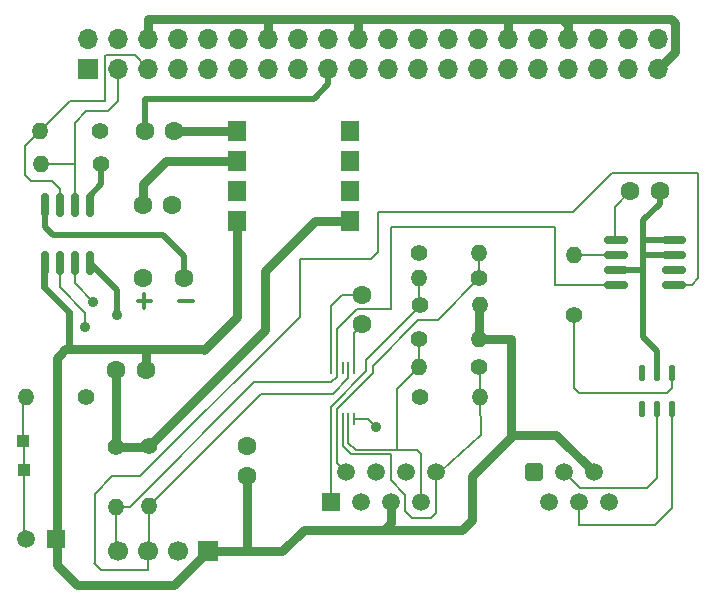
<source format=gtl>
G04 #@! TF.GenerationSoftware,KiCad,Pcbnew,9.0.1*
G04 #@! TF.CreationDate,2025-06-21T16:03:48-05:00*
G04 #@! TF.ProjectId,rpi 1,72706920-312e-46b6-9963-61645f706362,rev?*
G04 #@! TF.SameCoordinates,Original*
G04 #@! TF.FileFunction,Copper,L1,Top*
G04 #@! TF.FilePolarity,Positive*
%FSLAX46Y46*%
G04 Gerber Fmt 4.6, Leading zero omitted, Abs format (unit mm)*
G04 Created by KiCad (PCBNEW 9.0.1) date 2025-06-21 16:03:48*
%MOMM*%
%LPD*%
G01*
G04 APERTURE LIST*
G04 Aperture macros list*
%AMRoundRect*
0 Rectangle with rounded corners*
0 $1 Rounding radius*
0 $2 $3 $4 $5 $6 $7 $8 $9 X,Y pos of 4 corners*
0 Add a 4 corners polygon primitive as box body*
4,1,4,$2,$3,$4,$5,$6,$7,$8,$9,$2,$3,0*
0 Add four circle primitives for the rounded corners*
1,1,$1+$1,$2,$3*
1,1,$1+$1,$4,$5*
1,1,$1+$1,$6,$7*
1,1,$1+$1,$8,$9*
0 Add four rect primitives between the rounded corners*
20,1,$1+$1,$2,$3,$4,$5,0*
20,1,$1+$1,$4,$5,$6,$7,0*
20,1,$1+$1,$6,$7,$8,$9,0*
20,1,$1+$1,$8,$9,$2,$3,0*%
G04 Aperture macros list end*
G04 #@! TA.AperFunction,Conductor*
%ADD10C,0.200000*%
G04 #@! TD*
%ADD11C,0.300000*%
G04 #@! TA.AperFunction,NonConductor*
%ADD12C,0.300000*%
G04 #@! TD*
G04 #@! TA.AperFunction,ComponentPad*
%ADD13C,1.400000*%
G04 #@! TD*
G04 #@! TA.AperFunction,ComponentPad*
%ADD14O,1.400000X1.400000*%
G04 #@! TD*
G04 #@! TA.AperFunction,SMDPad,CuDef*
%ADD15R,1.000000X1.000000*%
G04 #@! TD*
G04 #@! TA.AperFunction,ComponentPad*
%ADD16C,1.600000*%
G04 #@! TD*
G04 #@! TA.AperFunction,SMDPad,CuDef*
%ADD17R,1.520000X1.780000*%
G04 #@! TD*
G04 #@! TA.AperFunction,SMDPad,CuDef*
%ADD18R,1.520000X1.750000*%
G04 #@! TD*
G04 #@! TA.AperFunction,ComponentPad*
%ADD19RoundRect,0.250000X-0.510000X-0.510000X0.510000X-0.510000X0.510000X0.510000X-0.510000X0.510000X0*%
G04 #@! TD*
G04 #@! TA.AperFunction,ComponentPad*
%ADD20C,1.520000*%
G04 #@! TD*
G04 #@! TA.AperFunction,ComponentPad*
%ADD21R,1.700000X1.700000*%
G04 #@! TD*
G04 #@! TA.AperFunction,ComponentPad*
%ADD22C,1.700000*%
G04 #@! TD*
G04 #@! TA.AperFunction,SMDPad,CuDef*
%ADD23RoundRect,0.150000X-0.150000X0.825000X-0.150000X-0.825000X0.150000X-0.825000X0.150000X0.825000X0*%
G04 #@! TD*
G04 #@! TA.AperFunction,SMDPad,CuDef*
%ADD24R,0.250000X1.100000*%
G04 #@! TD*
G04 #@! TA.AperFunction,SMDPad,CuDef*
%ADD25RoundRect,0.132500X-0.132500X0.532500X-0.132500X-0.532500X0.132500X-0.532500X0.132500X0.532500X0*%
G04 #@! TD*
G04 #@! TA.AperFunction,SMDPad,CuDef*
%ADD26RoundRect,0.150000X-0.825000X-0.150000X0.825000X-0.150000X0.825000X0.150000X-0.825000X0.150000X0*%
G04 #@! TD*
G04 #@! TA.AperFunction,ComponentPad*
%ADD27C,1.508000*%
G04 #@! TD*
G04 #@! TA.AperFunction,ComponentPad*
%ADD28R,1.508000X1.508000*%
G04 #@! TD*
G04 #@! TA.AperFunction,ComponentPad*
%ADD29R,1.500000X1.500000*%
G04 #@! TD*
G04 #@! TA.AperFunction,ComponentPad*
%ADD30C,1.500000*%
G04 #@! TD*
G04 #@! TA.AperFunction,ComponentPad*
%ADD31O,1.700000X1.700000*%
G04 #@! TD*
G04 #@! TA.AperFunction,ViaPad*
%ADD32C,0.900000*%
G04 #@! TD*
G04 #@! TA.AperFunction,Conductor*
%ADD33C,0.500000*%
G04 #@! TD*
G04 #@! TA.AperFunction,Conductor*
%ADD34C,0.800000*%
G04 #@! TD*
G04 #@! TA.AperFunction,Conductor*
%ADD35C,0.600000*%
G04 #@! TD*
G04 APERTURE END LIST*
D10*
X141620000Y-79770000D02*
X141580000Y-76540000D01*
X138210000Y-82840000D02*
X141620000Y-79770000D01*
D11*
D12*
X112554510Y-68409400D02*
X113697368Y-68409400D01*
X113125939Y-68980828D02*
X113125939Y-67837971D01*
D11*
D12*
X116084510Y-68429400D02*
X117227368Y-68429400D01*
D13*
X149500000Y-69620000D03*
D14*
X149500000Y-64540000D03*
D15*
X102860000Y-80240000D03*
D16*
X121850000Y-80725000D03*
X121850000Y-83225000D03*
X154240000Y-59120000D03*
X156740000Y-59120000D03*
D17*
X120990000Y-54000000D03*
D18*
X120990000Y-56540000D03*
D17*
X120990000Y-59080000D03*
X120990000Y-61620000D03*
X130510000Y-61620000D03*
X130510000Y-59080000D03*
X130510000Y-56540000D03*
X130510000Y-54000000D03*
D13*
X113500000Y-80710000D03*
D14*
X113500000Y-85790000D03*
D13*
X109340000Y-54000000D03*
D14*
X104260000Y-54000000D03*
D19*
X146100000Y-82910000D03*
D20*
X147370000Y-85450000D03*
X148640000Y-82910000D03*
X149910000Y-85450000D03*
X151180000Y-82910000D03*
X152450000Y-85450000D03*
D16*
X110750000Y-74250000D03*
X113250000Y-74250000D03*
X113000000Y-60250000D03*
X115500000Y-60250000D03*
D21*
X118480000Y-89600000D03*
D22*
X115940000Y-89600000D03*
X113400000Y-89600000D03*
X110860000Y-89600000D03*
D13*
X136360000Y-71630000D03*
D14*
X141440000Y-71630000D03*
D13*
X141440000Y-74010000D03*
D14*
X136360000Y-74010000D03*
D13*
X141470000Y-66500000D03*
D14*
X136390000Y-66500000D03*
D16*
X113150000Y-54000000D03*
X115650000Y-54000000D03*
D13*
X108165000Y-76550000D03*
D14*
X103085000Y-76550000D03*
D23*
X108520000Y-60250000D03*
X107250000Y-60250000D03*
X105980000Y-60250000D03*
X104710000Y-60250000D03*
X104710000Y-65200000D03*
X105980000Y-65200000D03*
X107250000Y-65200000D03*
X108520000Y-65200000D03*
D13*
X136470000Y-76550000D03*
D14*
X141550000Y-76550000D03*
D13*
X136420000Y-68780000D03*
D14*
X141500000Y-68780000D03*
D13*
X110750000Y-80750000D03*
D14*
X110750000Y-85830000D03*
D15*
X102910000Y-82750000D03*
D16*
X131525000Y-70400000D03*
X131525000Y-67900000D03*
D24*
X130900000Y-74100000D03*
X130400000Y-74100000D03*
X129900000Y-74100000D03*
X129400000Y-74100000D03*
X128900000Y-74100000D03*
X128900000Y-78400000D03*
X129400000Y-78400000D03*
X129900000Y-78400000D03*
X130400000Y-78400000D03*
X130900000Y-78400000D03*
D13*
X109480000Y-56800000D03*
D14*
X104400000Y-56800000D03*
D25*
X157800000Y-74490000D03*
X156530000Y-74490000D03*
X155260000Y-74490000D03*
X155260000Y-77540000D03*
X156530000Y-77540000D03*
X157800000Y-77540000D03*
D16*
X113000000Y-66500000D03*
X116500000Y-66500000D03*
D26*
X153050000Y-63230000D03*
X153050000Y-64500000D03*
X153050000Y-65770000D03*
X153050000Y-67040000D03*
X158000000Y-67040000D03*
X158000000Y-65770000D03*
X158000000Y-64500000D03*
X158000000Y-63230000D03*
D27*
X103100000Y-88560000D03*
D28*
X105640000Y-88560000D03*
D13*
X136390000Y-64310000D03*
D14*
X141470000Y-64310000D03*
D29*
X128917500Y-85450000D03*
D30*
X130187500Y-82910000D03*
X131457500Y-85450000D03*
X132727500Y-82910000D03*
X133997500Y-85450000D03*
X135267500Y-82910000D03*
X136537500Y-85450000D03*
X137807500Y-82910000D03*
D21*
X108370000Y-48770000D03*
D31*
X108370000Y-46230000D03*
X110910000Y-48770000D03*
X110910000Y-46230000D03*
X113450000Y-48770000D03*
X113450000Y-46230000D03*
X115990000Y-48770000D03*
X115990000Y-46230000D03*
X118530000Y-48770000D03*
X118530000Y-46230000D03*
X121070000Y-48770000D03*
X121070000Y-46230000D03*
X123610000Y-48770000D03*
X123610000Y-46230000D03*
X126150000Y-48770000D03*
X126150000Y-46230000D03*
X128690000Y-48770000D03*
X128690000Y-46230000D03*
X131230000Y-48770000D03*
X131230000Y-46230000D03*
X133770000Y-48770000D03*
X133770000Y-46230000D03*
X136310000Y-48770000D03*
X136310000Y-46230000D03*
X138850000Y-48770000D03*
X138850000Y-46230000D03*
X141390000Y-48770000D03*
X141390000Y-46230000D03*
X143930000Y-48770000D03*
X143930000Y-46230000D03*
X146470000Y-48770000D03*
X146470000Y-46230000D03*
X149010000Y-48770000D03*
X149010000Y-46230000D03*
X151550000Y-48770000D03*
X151550000Y-46230000D03*
X154090000Y-48770000D03*
X154090000Y-46230000D03*
X156630000Y-48770000D03*
X156630000Y-46230000D03*
D32*
X110825000Y-69600000D03*
X132750000Y-79050000D03*
X108814969Y-68486574D03*
X108130000Y-70610000D03*
D33*
X105400000Y-62800000D02*
X114700000Y-62800000D01*
D34*
X123500000Y-44500000D02*
X131250000Y-44500000D01*
X148500000Y-44500000D02*
X149010000Y-45010000D01*
X123610000Y-46230000D02*
X123610000Y-44610000D01*
X131250000Y-44500000D02*
X143750000Y-44500000D01*
X149010000Y-45010000D02*
X149010000Y-46230000D01*
X143930000Y-46230000D02*
X143930000Y-44680000D01*
D33*
X116500000Y-64600000D02*
X116500000Y-66500000D01*
D34*
X157726012Y-44500000D02*
X148500000Y-44500000D01*
X115650000Y-54000000D02*
X120990000Y-54000000D01*
X123610000Y-44610000D02*
X123500000Y-44500000D01*
D33*
X104710000Y-61224999D02*
X104710000Y-62110000D01*
D34*
X113450000Y-44550000D02*
X113500000Y-44500000D01*
X143930000Y-44680000D02*
X143750000Y-44500000D01*
X113450000Y-46230000D02*
X113450000Y-44550000D01*
X131230000Y-44520000D02*
X131250000Y-44500000D01*
X143750000Y-44500000D02*
X148500000Y-44500000D01*
X156630000Y-48770000D02*
X158081000Y-47319000D01*
D10*
X104710000Y-60250000D02*
X104710000Y-61224999D01*
D33*
X114700000Y-62800000D02*
X116500000Y-64600000D01*
D34*
X158081000Y-47319000D02*
X158081000Y-44854988D01*
X113500000Y-44500000D02*
X123500000Y-44500000D01*
X131230000Y-46230000D02*
X131230000Y-44520000D01*
X158081000Y-44854988D02*
X157726012Y-44500000D01*
D33*
X104710000Y-62110000D02*
X105400000Y-62800000D01*
D10*
X107235000Y-56500000D02*
X107235000Y-53355000D01*
X107235000Y-53355000D02*
X108220000Y-52370000D01*
X107235000Y-56800000D02*
X104400000Y-56800000D01*
X107250000Y-59750000D02*
X107250000Y-56515000D01*
X107235000Y-56500000D02*
X107235000Y-56800000D01*
X108220000Y-52370000D02*
X110060000Y-52370000D01*
X110060000Y-52370000D02*
X110910000Y-51520000D01*
X107250000Y-56515000D02*
X107235000Y-56500000D01*
X110910000Y-51520000D02*
X110910000Y-48770000D01*
X105980000Y-58966372D02*
X105263628Y-58250000D01*
X112299000Y-47619000D02*
X113450000Y-48770000D01*
X104260000Y-54000000D02*
X103000000Y-55260000D01*
X103000000Y-55260000D02*
X103000000Y-57750000D01*
X104260000Y-54000000D02*
X104300000Y-54000000D01*
X109851000Y-47619000D02*
X112299000Y-47619000D01*
X109759000Y-47711000D02*
X109851000Y-47619000D01*
X104300000Y-54000000D02*
X106830000Y-51470000D01*
X106830000Y-51470000D02*
X109759000Y-51470000D01*
X105980000Y-59750000D02*
X105980000Y-58966372D01*
X105263628Y-58250000D02*
X103500000Y-58250000D01*
X103500000Y-58250000D02*
X103000000Y-57750000D01*
X109759000Y-51470000D02*
X109759000Y-47711000D01*
D34*
X120990000Y-56540000D02*
X114960000Y-56540000D01*
X114960000Y-56540000D02*
X113000000Y-58500000D01*
X113000000Y-58500000D02*
X113000000Y-60250000D01*
D33*
X109480000Y-58520000D02*
X108505000Y-59495000D01*
X113200000Y-51275000D02*
X113200000Y-53950000D01*
X109480000Y-56800000D02*
X109480000Y-58520000D01*
D10*
X113200000Y-53950000D02*
X113150000Y-54000000D01*
D33*
X128690000Y-48770000D02*
X128690000Y-50035000D01*
X127450000Y-51275000D02*
X113200000Y-51275000D01*
X128690000Y-50035000D02*
X127450000Y-51275000D01*
D34*
X151180000Y-82910000D02*
X147995000Y-79725000D01*
D33*
X155342093Y-64540000D02*
X155342093Y-65770000D01*
D34*
X143932500Y-80142500D02*
X144350000Y-79725000D01*
X144200000Y-71630000D02*
X141440000Y-71630000D01*
X118175000Y-72575000D02*
X118100000Y-72500000D01*
X118480000Y-89600000D02*
X115630000Y-92450000D01*
D10*
X129815686Y-67900000D02*
X131525000Y-67900000D01*
D34*
X105725000Y-86724950D02*
X105755000Y-86694950D01*
X140025000Y-87800000D02*
X140850000Y-86975000D01*
X120990000Y-69760000D02*
X120990000Y-61620000D01*
D33*
X156740000Y-60180000D02*
X156740000Y-59120000D01*
D34*
X121850000Y-89525000D02*
X121850000Y-83225000D01*
X105755000Y-86694950D02*
X105755000Y-86115050D01*
D10*
X155382093Y-64500000D02*
X155342093Y-64540000D01*
D34*
X144200000Y-79875000D02*
X143932500Y-80142500D01*
X124800000Y-89600000D02*
X126600000Y-87800000D01*
D35*
X104625000Y-65285000D02*
X104625000Y-67200000D01*
D34*
X147995000Y-79725000D02*
X144350000Y-79725000D01*
X105725000Y-73204118D02*
X105974559Y-72954559D01*
D33*
X155342093Y-64540000D02*
X155342093Y-61577907D01*
D34*
X140850000Y-83225000D02*
X143932500Y-80142500D01*
X141440000Y-71630000D02*
X141440000Y-68840000D01*
D33*
X158000000Y-64500000D02*
X155382093Y-64500000D01*
X156530000Y-72630000D02*
X156530000Y-74490000D01*
D34*
X118480000Y-89600000D02*
X121775000Y-89600000D01*
X141440000Y-68840000D02*
X141500000Y-68780000D01*
D33*
X155342093Y-61577907D02*
X156740000Y-60180000D01*
X155342093Y-71442093D02*
X156530000Y-72630000D01*
X155342093Y-65770000D02*
X153050000Y-65770000D01*
D34*
X140850000Y-86975000D02*
X140850000Y-83225000D01*
X133400000Y-87800000D02*
X133997500Y-87202500D01*
X133997500Y-87202500D02*
X133997500Y-85500000D01*
D35*
X104710000Y-65200000D02*
X104625000Y-65285000D01*
X106775000Y-72154118D02*
X105974559Y-72954559D01*
D33*
X158000000Y-63230000D02*
X155325000Y-63230000D01*
D34*
X105755000Y-86115050D02*
X105725000Y-86085050D01*
D35*
X104625000Y-67200000D02*
X106775000Y-69350000D01*
D34*
X107425000Y-92450000D02*
X105725000Y-90750000D01*
X118100000Y-72500000D02*
X113325000Y-72500000D01*
X105725000Y-90750000D02*
X105725000Y-86724950D01*
X144200000Y-71630000D02*
X144200000Y-79875000D01*
D35*
X106775000Y-69350000D02*
X106775000Y-72154118D01*
D34*
X133400000Y-87800000D02*
X140025000Y-87800000D01*
X115630000Y-92450000D02*
X107425000Y-92450000D01*
D33*
X155342093Y-65770000D02*
X155342093Y-71442093D01*
D34*
X113250000Y-72575000D02*
X113250000Y-74250000D01*
D10*
X128900000Y-68815686D02*
X129815686Y-67900000D01*
D34*
X106429118Y-72500000D02*
X105974559Y-72954559D01*
X113325000Y-72500000D02*
X113250000Y-72575000D01*
X121775000Y-89600000D02*
X121850000Y-89525000D01*
X126600000Y-87800000D02*
X133400000Y-87800000D01*
X118175000Y-72575000D02*
X120990000Y-69760000D01*
X121775000Y-89600000D02*
X124800000Y-89600000D01*
X105725000Y-86085050D02*
X105725000Y-73204118D01*
X113325000Y-72500000D02*
X106429118Y-72500000D01*
D10*
X128900000Y-74100000D02*
X128900000Y-68815686D01*
D34*
X127620000Y-61620000D02*
X130510000Y-61620000D01*
X110750000Y-80750000D02*
X113460000Y-80750000D01*
D33*
X113460000Y-80750000D02*
X113500000Y-80710000D01*
D34*
X113500000Y-80710000D02*
X123350000Y-70860000D01*
D33*
X127600000Y-61600000D02*
X127620000Y-61620000D01*
D34*
X110750000Y-80750000D02*
X110750000Y-74250000D01*
D33*
X110825000Y-67505000D02*
X110825000Y-69600000D01*
D10*
X130900000Y-71100000D02*
X131650000Y-70350000D01*
X130900000Y-78400000D02*
X132100000Y-78400000D01*
X154240000Y-59120000D02*
X152940000Y-60420000D01*
X152940000Y-60420000D02*
X152940000Y-63120000D01*
D34*
X123350000Y-65850000D02*
X127600000Y-61600000D01*
D10*
X152940000Y-63120000D02*
X153050000Y-63230000D01*
X132100000Y-78400000D02*
X132750000Y-79050000D01*
D34*
X123350000Y-70860000D02*
X123350000Y-65850000D01*
D10*
X130900000Y-74100000D02*
X130900000Y-71100000D01*
D33*
X108520000Y-65200000D02*
X110825000Y-67505000D01*
D10*
X113375000Y-91200000D02*
X109450000Y-91200000D01*
X107250000Y-65200000D02*
X107250000Y-66921605D01*
X113400000Y-91175000D02*
X113375000Y-91200000D01*
X152750000Y-57560000D02*
X149400000Y-60910000D01*
X129075000Y-76250000D02*
X130400000Y-74925000D01*
X126320000Y-64850000D02*
X126300000Y-64870000D01*
X132930000Y-64250000D02*
X132330000Y-64850000D01*
X132330000Y-64850000D02*
X126320000Y-64850000D01*
X126290000Y-69710000D02*
X126290000Y-69758044D01*
X158000000Y-67040000D02*
X159485000Y-67040000D01*
X149400000Y-60910000D02*
X132930000Y-60910000D01*
X109450000Y-91200000D02*
X108875000Y-90625000D01*
X112778044Y-83270000D02*
X110396525Y-83270000D01*
X132930000Y-60910000D02*
X132930000Y-64250000D01*
X159485000Y-67040000D02*
X160030000Y-66495000D01*
X126290000Y-69758044D02*
X112778044Y-83270000D01*
X123040000Y-76250000D02*
X129075000Y-76250000D01*
X110396525Y-83270000D02*
X108930000Y-84736525D01*
X130400000Y-74925000D02*
X130400000Y-74100000D01*
X113500000Y-85790000D02*
X123040000Y-76250000D01*
X160030000Y-66495000D02*
X160030000Y-57560000D01*
X113400000Y-89600000D02*
X113400000Y-91175000D01*
X130400000Y-74877000D02*
X130400000Y-74100000D01*
X126300000Y-64870000D02*
X126300000Y-69700000D01*
X160030000Y-57560000D02*
X152750000Y-57560000D01*
X113500000Y-89500000D02*
X113400000Y-89600000D01*
X113500000Y-85790000D02*
X113500000Y-89500000D01*
X108930000Y-84736525D02*
X108930000Y-90530000D01*
X107250000Y-66921605D02*
X108814969Y-68486574D01*
X126300000Y-69700000D02*
X126290000Y-69710000D01*
X147860000Y-67040000D02*
X153050000Y-67040000D01*
X147860000Y-62130000D02*
X147860000Y-67040000D01*
X134040000Y-69060000D02*
X134040000Y-62130000D01*
X106000000Y-65220000D02*
X105999999Y-65220001D01*
X129400000Y-74100000D02*
X129400000Y-70790000D01*
X108130000Y-69390000D02*
X105980000Y-67240000D01*
X129400000Y-74850000D02*
X128950000Y-75300000D01*
X131130000Y-69060000D02*
X134040000Y-69060000D01*
X110750000Y-85830000D02*
X110750000Y-89490000D01*
X129400000Y-70790000D02*
X131130000Y-69060000D01*
D33*
X106000000Y-65220000D02*
X105980000Y-65200000D01*
D10*
X128950000Y-75300000D02*
X122415686Y-75300000D01*
X105980000Y-67240000D02*
X105980000Y-65200000D01*
X110750000Y-89490000D02*
X110860000Y-89600000D01*
X108130000Y-70610000D02*
X108130000Y-69390000D01*
X134040000Y-62130000D02*
X147860000Y-62130000D01*
X111885685Y-85830000D02*
X110750000Y-85830000D01*
X129400000Y-74100000D02*
X129400000Y-74850000D01*
X122415686Y-75300000D02*
X111885685Y-85830000D01*
X156379820Y-87375000D02*
X149950000Y-87375000D01*
X157800000Y-77540000D02*
X157800000Y-85954820D01*
X157800000Y-85954820D02*
X156379820Y-87375000D01*
X149910000Y-87335000D02*
X149910000Y-85450000D01*
X149950000Y-87375000D02*
X149910000Y-87335000D01*
X156530000Y-83370000D02*
X155650000Y-84250000D01*
X155650000Y-84250000D02*
X149980000Y-84250000D01*
X156530000Y-77540000D02*
X156530000Y-83370000D01*
X149980000Y-84250000D02*
X148640000Y-82910000D01*
X137950000Y-70020000D02*
X141470000Y-66500000D01*
X129400000Y-82172500D02*
X130187500Y-82960000D01*
X129400000Y-77555900D02*
X132452950Y-74502950D01*
X136331000Y-70020000D02*
X137950000Y-70020000D01*
X132452950Y-73898050D02*
X136331000Y-70020000D01*
X141470000Y-66500000D02*
X141470000Y-64310000D01*
X129400000Y-78400000D02*
X129400000Y-82172500D01*
X132452950Y-74502950D02*
X132452950Y-73898050D01*
X129400000Y-78400000D02*
X129400000Y-77555900D01*
X136390000Y-67165000D02*
X136390000Y-68950000D01*
X136360000Y-67135000D02*
X136390000Y-67165000D01*
X128900000Y-77400000D02*
X128900000Y-78400000D01*
X128900000Y-78400000D02*
X128900000Y-85482500D01*
X131930000Y-74370000D02*
X128900000Y-77400000D01*
X136390000Y-68950000D02*
X131930000Y-73410000D01*
X131930000Y-73410000D02*
X131930000Y-74370000D01*
X136200000Y-81000000D02*
X136537500Y-81337500D01*
X134490000Y-81000000D02*
X134490000Y-75880000D01*
X136537500Y-81337500D02*
X136537500Y-85500000D01*
X134490000Y-75880000D02*
X136360000Y-74010000D01*
X130400000Y-80400000D02*
X131000000Y-81000000D01*
X136360000Y-71630000D02*
X136360000Y-74010000D01*
X134490000Y-81000000D02*
X136200000Y-81000000D01*
X131000000Y-81000000D02*
X134490000Y-81000000D01*
X130400000Y-78400000D02*
X130400000Y-80400000D01*
X141550000Y-76550000D02*
X141550000Y-74120000D01*
X141550000Y-74120000D02*
X141440000Y-74010000D01*
X134000000Y-81400000D02*
X134000000Y-83600000D01*
X135800000Y-86800000D02*
X137400000Y-86800000D01*
X134000000Y-83600000D02*
X135200000Y-84800000D01*
X130600000Y-81400000D02*
X134000000Y-81400000D01*
X129900000Y-78400000D02*
X129900000Y-80700000D01*
X137807500Y-86392500D02*
X137807500Y-82960000D01*
X129900000Y-80700000D02*
X130600000Y-81400000D01*
X135200000Y-86200000D02*
X135800000Y-86800000D01*
X137400000Y-86800000D02*
X137807500Y-86392500D01*
X135200000Y-84800000D02*
X135200000Y-86200000D01*
X149640000Y-64500000D02*
X149500000Y-64640000D01*
X153050000Y-64500000D02*
X149640000Y-64500000D01*
X157800000Y-75775000D02*
X157800000Y-75175000D01*
X149500000Y-75775000D02*
X149900000Y-76175000D01*
X149500000Y-69620000D02*
X149500000Y-75775000D01*
X149900000Y-76175000D02*
X157400000Y-76175000D01*
X157400000Y-76175000D02*
X157800000Y-75775000D01*
X102910000Y-82750000D02*
X102910000Y-88370000D01*
X103100000Y-88560000D02*
X102860000Y-88320000D01*
X102910000Y-80290000D02*
X102860000Y-80240000D01*
X102860000Y-80240000D02*
X102860000Y-76775000D01*
X102910000Y-88370000D02*
X103100000Y-88560000D01*
X102910000Y-82750000D02*
X102910000Y-80290000D01*
X102860000Y-76775000D02*
X103085000Y-76550000D01*
M02*

</source>
